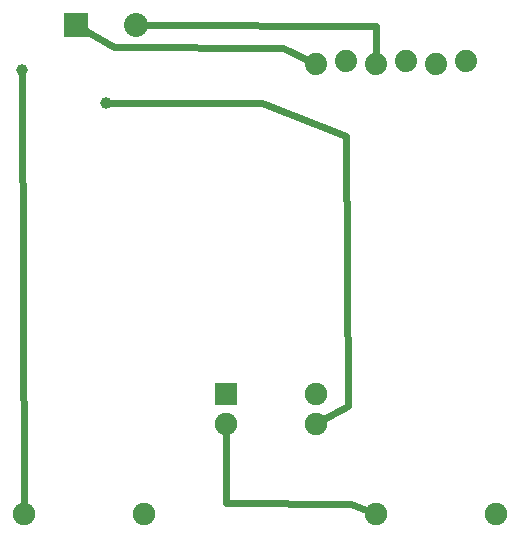
<source format=gbl>
G04 MADE WITH FRITZING*
G04 WWW.FRITZING.ORG*
G04 DOUBLE SIDED*
G04 HOLES PLATED*
G04 CONTOUR ON CENTER OF CONTOUR VECTOR*
%FSLAX26Y26*%
%MOIN*%
%ADD10C,0.074000*%
%ADD11C,0.075000*%
%ADD12C,0.080000*%
%ADD13C,0.039370*%
%ADD14R,0.075000X0.075000*%
%ADD15R,0.080000X0.079986*%
%ADD16C,0.024000*%
%G04COPPER0*%
%FSLAX26Y26*%
%MOIN*%
D10*
X1554720Y1585050D03*
X1454720Y1575050D03*
X1354720Y1585050D03*
X1254720Y1575050D03*
X1154720Y1585050D03*
X1054720Y1575050D03*
X1554720Y1585050D03*
X1454720Y1575050D03*
X1354720Y1585050D03*
X1254720Y1575050D03*
X1154720Y1585050D03*
X1054720Y1575050D03*
D11*
X754721Y475050D03*
X1054720Y475050D03*
X754721Y375050D03*
X1054720Y375050D03*
D12*
X255841Y1705737D03*
X455841Y1705737D03*
X255841Y1705737D03*
X455841Y1705737D03*
D11*
X481207Y75050D03*
X81207Y75050D03*
X1654720Y75050D03*
X1254720Y75050D03*
D13*
X75044Y1553988D03*
X354719Y1445101D03*
D14*
X754721Y475050D03*
D15*
X255841Y1705744D03*
X255841Y1705744D03*
D16*
X1172720Y108040D02*
X756152Y110760D01*
D02*
X756152Y110760D02*
X754815Y357550D01*
D02*
X1238480Y81580D02*
X1172720Y108040D01*
D02*
X81134Y92550D02*
X75077Y1546114D01*
D02*
X475841Y1705630D02*
X1254830Y1701475D01*
D02*
X1254830Y1701475D02*
X1254740Y1595050D01*
D02*
X273033Y1695516D02*
X381103Y1631265D01*
D02*
X944734Y1629315D02*
X1036780Y1583899D01*
D02*
X381103Y1631265D02*
X944734Y1629315D01*
D02*
X362594Y1445097D02*
X875948Y1444870D01*
D02*
X1158680Y906189D02*
X1161760Y435600D01*
D02*
X1161760Y435600D02*
X1069950Y383660D01*
D02*
X1155610Y1333718D02*
X1158680Y906189D01*
D02*
X875948Y1444870D02*
X1155610Y1333718D01*
G04 End of Copper0*
M02*
</source>
